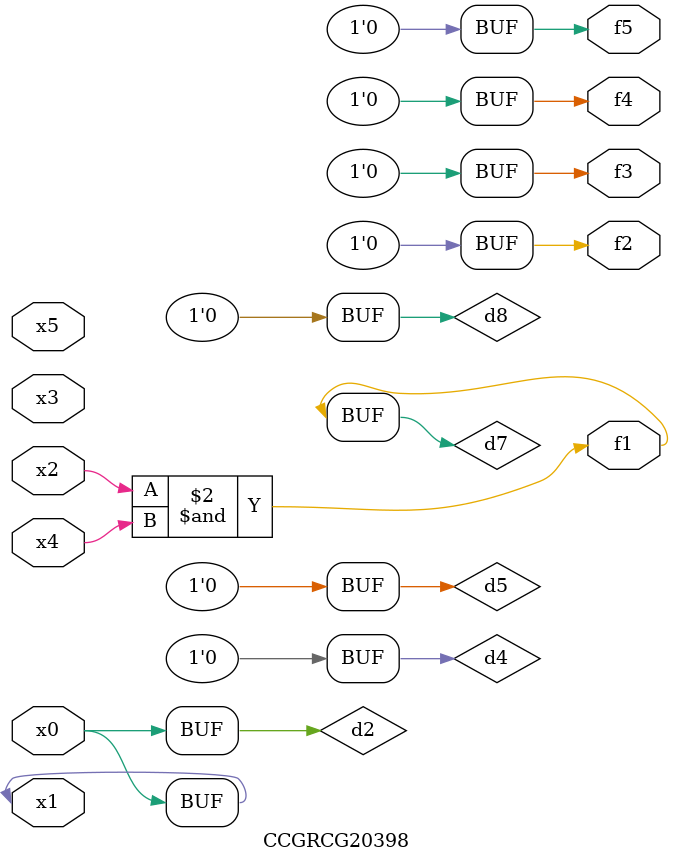
<source format=v>
module CCGRCG20398(
	input x0, x1, x2, x3, x4, x5,
	output f1, f2, f3, f4, f5
);

	wire d1, d2, d3, d4, d5, d6, d7, d8, d9;

	nand (d1, x1);
	buf (d2, x0, x1);
	nand (d3, x2, x4);
	and (d4, d1, d2);
	and (d5, d1, d2);
	nand (d6, d1, d3);
	not (d7, d3);
	xor (d8, d5);
	nor (d9, d5, d6);
	assign f1 = d7;
	assign f2 = d8;
	assign f3 = d8;
	assign f4 = d8;
	assign f5 = d8;
endmodule

</source>
